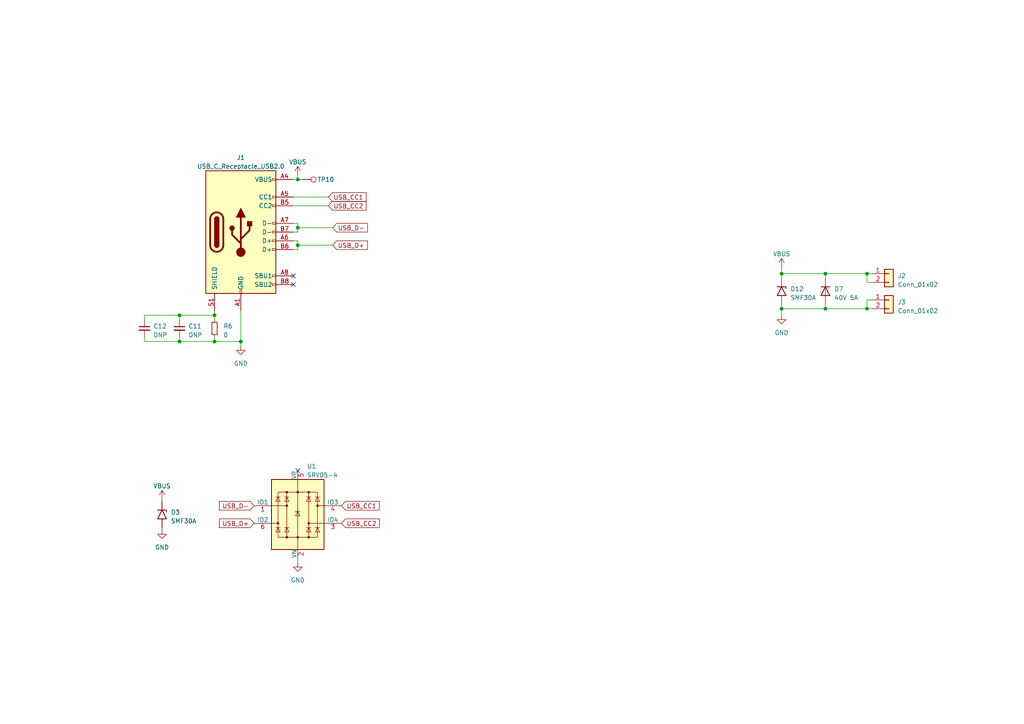
<source format=kicad_sch>
(kicad_sch (version 20230121) (generator eeschema)

  (uuid 1115180a-54c8-4957-b757-cbc11dd3809e)

  (paper "A4")

  (lib_symbols
    (symbol "Connector:TestPoint" (pin_numbers hide) (pin_names (offset 0.762) hide) (in_bom yes) (on_board yes)
      (property "Reference" "TP" (at 0 6.858 0)
        (effects (font (size 1.27 1.27)))
      )
      (property "Value" "TestPoint" (at 0 5.08 0)
        (effects (font (size 1.27 1.27)))
      )
      (property "Footprint" "" (at 5.08 0 0)
        (effects (font (size 1.27 1.27)) hide)
      )
      (property "Datasheet" "~" (at 5.08 0 0)
        (effects (font (size 1.27 1.27)) hide)
      )
      (property "ki_keywords" "test point tp" (at 0 0 0)
        (effects (font (size 1.27 1.27)) hide)
      )
      (property "ki_description" "test point" (at 0 0 0)
        (effects (font (size 1.27 1.27)) hide)
      )
      (property "ki_fp_filters" "Pin* Test*" (at 0 0 0)
        (effects (font (size 1.27 1.27)) hide)
      )
      (symbol "TestPoint_0_1"
        (circle (center 0 3.302) (radius 0.762)
          (stroke (width 0) (type default))
          (fill (type none))
        )
      )
      (symbol "TestPoint_1_1"
        (pin passive line (at 0 0 90) (length 2.54)
          (name "1" (effects (font (size 1.27 1.27))))
          (number "1" (effects (font (size 1.27 1.27))))
        )
      )
    )
    (symbol "Connector:USB_C_Receptacle_USB2.0" (pin_names (offset 1.016)) (in_bom yes) (on_board yes)
      (property "Reference" "J" (at -10.16 19.05 0)
        (effects (font (size 1.27 1.27)) (justify left))
      )
      (property "Value" "USB_C_Receptacle_USB2.0" (at 19.05 19.05 0)
        (effects (font (size 1.27 1.27)) (justify right))
      )
      (property "Footprint" "" (at 3.81 0 0)
        (effects (font (size 1.27 1.27)) hide)
      )
      (property "Datasheet" "https://www.usb.org/sites/default/files/documents/usb_type-c.zip" (at 3.81 0 0)
        (effects (font (size 1.27 1.27)) hide)
      )
      (property "ki_keywords" "usb universal serial bus type-C USB2.0" (at 0 0 0)
        (effects (font (size 1.27 1.27)) hide)
      )
      (property "ki_description" "USB 2.0-only Type-C Receptacle connector" (at 0 0 0)
        (effects (font (size 1.27 1.27)) hide)
      )
      (property "ki_fp_filters" "USB*C*Receptacle*" (at 0 0 0)
        (effects (font (size 1.27 1.27)) hide)
      )
      (symbol "USB_C_Receptacle_USB2.0_0_0"
        (rectangle (start -0.254 -17.78) (end 0.254 -16.764)
          (stroke (width 0) (type default))
          (fill (type none))
        )
        (rectangle (start 10.16 -14.986) (end 9.144 -15.494)
          (stroke (width 0) (type default))
          (fill (type none))
        )
        (rectangle (start 10.16 -12.446) (end 9.144 -12.954)
          (stroke (width 0) (type default))
          (fill (type none))
        )
        (rectangle (start 10.16 -4.826) (end 9.144 -5.334)
          (stroke (width 0) (type default))
          (fill (type none))
        )
        (rectangle (start 10.16 -2.286) (end 9.144 -2.794)
          (stroke (width 0) (type default))
          (fill (type none))
        )
        (rectangle (start 10.16 0.254) (end 9.144 -0.254)
          (stroke (width 0) (type default))
          (fill (type none))
        )
        (rectangle (start 10.16 2.794) (end 9.144 2.286)
          (stroke (width 0) (type default))
          (fill (type none))
        )
        (rectangle (start 10.16 7.874) (end 9.144 7.366)
          (stroke (width 0) (type default))
          (fill (type none))
        )
        (rectangle (start 10.16 10.414) (end 9.144 9.906)
          (stroke (width 0) (type default))
          (fill (type none))
        )
        (rectangle (start 10.16 15.494) (end 9.144 14.986)
          (stroke (width 0) (type default))
          (fill (type none))
        )
      )
      (symbol "USB_C_Receptacle_USB2.0_0_1"
        (rectangle (start -10.16 17.78) (end 10.16 -17.78)
          (stroke (width 0.254) (type default))
          (fill (type background))
        )
        (arc (start -8.89 -3.81) (mid -6.985 -5.7067) (end -5.08 -3.81)
          (stroke (width 0.508) (type default))
          (fill (type none))
        )
        (arc (start -7.62 -3.81) (mid -6.985 -4.4423) (end -6.35 -3.81)
          (stroke (width 0.254) (type default))
          (fill (type none))
        )
        (arc (start -7.62 -3.81) (mid -6.985 -4.4423) (end -6.35 -3.81)
          (stroke (width 0.254) (type default))
          (fill (type outline))
        )
        (rectangle (start -7.62 -3.81) (end -6.35 3.81)
          (stroke (width 0.254) (type default))
          (fill (type outline))
        )
        (arc (start -6.35 3.81) (mid -6.985 4.4423) (end -7.62 3.81)
          (stroke (width 0.254) (type default))
          (fill (type none))
        )
        (arc (start -6.35 3.81) (mid -6.985 4.4423) (end -7.62 3.81)
          (stroke (width 0.254) (type default))
          (fill (type outline))
        )
        (arc (start -5.08 3.81) (mid -6.985 5.7067) (end -8.89 3.81)
          (stroke (width 0.508) (type default))
          (fill (type none))
        )
        (circle (center -2.54 1.143) (radius 0.635)
          (stroke (width 0.254) (type default))
          (fill (type outline))
        )
        (circle (center 0 -5.842) (radius 1.27)
          (stroke (width 0) (type default))
          (fill (type outline))
        )
        (polyline
          (pts
            (xy -8.89 -3.81)
            (xy -8.89 3.81)
          )
          (stroke (width 0.508) (type default))
          (fill (type none))
        )
        (polyline
          (pts
            (xy -5.08 3.81)
            (xy -5.08 -3.81)
          )
          (stroke (width 0.508) (type default))
          (fill (type none))
        )
        (polyline
          (pts
            (xy 0 -5.842)
            (xy 0 4.318)
          )
          (stroke (width 0.508) (type default))
          (fill (type none))
        )
        (polyline
          (pts
            (xy 0 -3.302)
            (xy -2.54 -0.762)
            (xy -2.54 0.508)
          )
          (stroke (width 0.508) (type default))
          (fill (type none))
        )
        (polyline
          (pts
            (xy 0 -2.032)
            (xy 2.54 0.508)
            (xy 2.54 1.778)
          )
          (stroke (width 0.508) (type default))
          (fill (type none))
        )
        (polyline
          (pts
            (xy -1.27 4.318)
            (xy 0 6.858)
            (xy 1.27 4.318)
            (xy -1.27 4.318)
          )
          (stroke (width 0.254) (type default))
          (fill (type outline))
        )
        (rectangle (start 1.905 1.778) (end 3.175 3.048)
          (stroke (width 0.254) (type default))
          (fill (type outline))
        )
      )
      (symbol "USB_C_Receptacle_USB2.0_1_1"
        (pin passive line (at 0 -22.86 90) (length 5.08)
          (name "GND" (effects (font (size 1.27 1.27))))
          (number "A1" (effects (font (size 1.27 1.27))))
        )
        (pin passive line (at 0 -22.86 90) (length 5.08) hide
          (name "GND" (effects (font (size 1.27 1.27))))
          (number "A12" (effects (font (size 1.27 1.27))))
        )
        (pin passive line (at 15.24 15.24 180) (length 5.08)
          (name "VBUS" (effects (font (size 1.27 1.27))))
          (number "A4" (effects (font (size 1.27 1.27))))
        )
        (pin bidirectional line (at 15.24 10.16 180) (length 5.08)
          (name "CC1" (effects (font (size 1.27 1.27))))
          (number "A5" (effects (font (size 1.27 1.27))))
        )
        (pin bidirectional line (at 15.24 -2.54 180) (length 5.08)
          (name "D+" (effects (font (size 1.27 1.27))))
          (number "A6" (effects (font (size 1.27 1.27))))
        )
        (pin bidirectional line (at 15.24 2.54 180) (length 5.08)
          (name "D-" (effects (font (size 1.27 1.27))))
          (number "A7" (effects (font (size 1.27 1.27))))
        )
        (pin bidirectional line (at 15.24 -12.7 180) (length 5.08)
          (name "SBU1" (effects (font (size 1.27 1.27))))
          (number "A8" (effects (font (size 1.27 1.27))))
        )
        (pin passive line (at 15.24 15.24 180) (length 5.08) hide
          (name "VBUS" (effects (font (size 1.27 1.27))))
          (number "A9" (effects (font (size 1.27 1.27))))
        )
        (pin passive line (at 0 -22.86 90) (length 5.08) hide
          (name "GND" (effects (font (size 1.27 1.27))))
          (number "B1" (effects (font (size 1.27 1.27))))
        )
        (pin passive line (at 0 -22.86 90) (length 5.08) hide
          (name "GND" (effects (font (size 1.27 1.27))))
          (number "B12" (effects (font (size 1.27 1.27))))
        )
        (pin passive line (at 15.24 15.24 180) (length 5.08) hide
          (name "VBUS" (effects (font (size 1.27 1.27))))
          (number "B4" (effects (font (size 1.27 1.27))))
        )
        (pin bidirectional line (at 15.24 7.62 180) (length 5.08)
          (name "CC2" (effects (font (size 1.27 1.27))))
          (number "B5" (effects (font (size 1.27 1.27))))
        )
        (pin bidirectional line (at 15.24 -5.08 180) (length 5.08)
          (name "D+" (effects (font (size 1.27 1.27))))
          (number "B6" (effects (font (size 1.27 1.27))))
        )
        (pin bidirectional line (at 15.24 0 180) (length 5.08)
          (name "D-" (effects (font (size 1.27 1.27))))
          (number "B7" (effects (font (size 1.27 1.27))))
        )
        (pin bidirectional line (at 15.24 -15.24 180) (length 5.08)
          (name "SBU2" (effects (font (size 1.27 1.27))))
          (number "B8" (effects (font (size 1.27 1.27))))
        )
        (pin passive line (at 15.24 15.24 180) (length 5.08) hide
          (name "VBUS" (effects (font (size 1.27 1.27))))
          (number "B9" (effects (font (size 1.27 1.27))))
        )
        (pin passive line (at -7.62 -22.86 90) (length 5.08)
          (name "SHIELD" (effects (font (size 1.27 1.27))))
          (number "S1" (effects (font (size 1.27 1.27))))
        )
      )
    )
    (symbol "Connector_Generic:Conn_01x02" (pin_names (offset 1.016) hide) (in_bom yes) (on_board yes)
      (property "Reference" "J" (at 0 2.54 0)
        (effects (font (size 1.27 1.27)))
      )
      (property "Value" "Conn_01x02" (at 0 -5.08 0)
        (effects (font (size 1.27 1.27)))
      )
      (property "Footprint" "" (at 0 0 0)
        (effects (font (size 1.27 1.27)) hide)
      )
      (property "Datasheet" "~" (at 0 0 0)
        (effects (font (size 1.27 1.27)) hide)
      )
      (property "ki_keywords" "connector" (at 0 0 0)
        (effects (font (size 1.27 1.27)) hide)
      )
      (property "ki_description" "Generic connector, single row, 01x02, script generated (kicad-library-utils/schlib/autogen/connector/)" (at 0 0 0)
        (effects (font (size 1.27 1.27)) hide)
      )
      (property "ki_fp_filters" "Connector*:*_1x??_*" (at 0 0 0)
        (effects (font (size 1.27 1.27)) hide)
      )
      (symbol "Conn_01x02_1_1"
        (rectangle (start -1.27 -2.413) (end 0 -2.667)
          (stroke (width 0.1524) (type default))
          (fill (type none))
        )
        (rectangle (start -1.27 0.127) (end 0 -0.127)
          (stroke (width 0.1524) (type default))
          (fill (type none))
        )
        (rectangle (start -1.27 1.27) (end 1.27 -3.81)
          (stroke (width 0.254) (type default))
          (fill (type background))
        )
        (pin passive line (at -5.08 0 0) (length 3.81)
          (name "Pin_1" (effects (font (size 1.27 1.27))))
          (number "1" (effects (font (size 1.27 1.27))))
        )
        (pin passive line (at -5.08 -2.54 0) (length 3.81)
          (name "Pin_2" (effects (font (size 1.27 1.27))))
          (number "2" (effects (font (size 1.27 1.27))))
        )
      )
    )
    (symbol "Device:C_Small" (pin_numbers hide) (pin_names (offset 0.254) hide) (in_bom yes) (on_board yes)
      (property "Reference" "C" (at 0.254 1.778 0)
        (effects (font (size 1.27 1.27)) (justify left))
      )
      (property "Value" "C_Small" (at 0.254 -2.032 0)
        (effects (font (size 1.27 1.27)) (justify left))
      )
      (property "Footprint" "" (at 0 0 0)
        (effects (font (size 1.27 1.27)) hide)
      )
      (property "Datasheet" "~" (at 0 0 0)
        (effects (font (size 1.27 1.27)) hide)
      )
      (property "ki_keywords" "capacitor cap" (at 0 0 0)
        (effects (font (size 1.27 1.27)) hide)
      )
      (property "ki_description" "Unpolarized capacitor, small symbol" (at 0 0 0)
        (effects (font (size 1.27 1.27)) hide)
      )
      (property "ki_fp_filters" "C_*" (at 0 0 0)
        (effects (font (size 1.27 1.27)) hide)
      )
      (symbol "C_Small_0_1"
        (polyline
          (pts
            (xy -1.524 -0.508)
            (xy 1.524 -0.508)
          )
          (stroke (width 0.3302) (type default))
          (fill (type none))
        )
        (polyline
          (pts
            (xy -1.524 0.508)
            (xy 1.524 0.508)
          )
          (stroke (width 0.3048) (type default))
          (fill (type none))
        )
      )
      (symbol "C_Small_1_1"
        (pin passive line (at 0 2.54 270) (length 2.032)
          (name "~" (effects (font (size 1.27 1.27))))
          (number "1" (effects (font (size 1.27 1.27))))
        )
        (pin passive line (at 0 -2.54 90) (length 2.032)
          (name "~" (effects (font (size 1.27 1.27))))
          (number "2" (effects (font (size 1.27 1.27))))
        )
      )
    )
    (symbol "Device:D" (pin_numbers hide) (pin_names (offset 1.016) hide) (in_bom yes) (on_board yes)
      (property "Reference" "D" (at 0 2.54 0)
        (effects (font (size 1.27 1.27)))
      )
      (property "Value" "D" (at 0 -2.54 0)
        (effects (font (size 1.27 1.27)))
      )
      (property "Footprint" "" (at 0 0 0)
        (effects (font (size 1.27 1.27)) hide)
      )
      (property "Datasheet" "~" (at 0 0 0)
        (effects (font (size 1.27 1.27)) hide)
      )
      (property "Sim.Device" "D" (at 0 0 0)
        (effects (font (size 1.27 1.27)) hide)
      )
      (property "Sim.Pins" "1=K 2=A" (at 0 0 0)
        (effects (font (size 1.27 1.27)) hide)
      )
      (property "ki_keywords" "diode" (at 0 0 0)
        (effects (font (size 1.27 1.27)) hide)
      )
      (property "ki_description" "Diode" (at 0 0 0)
        (effects (font (size 1.27 1.27)) hide)
      )
      (property "ki_fp_filters" "TO-???* *_Diode_* *SingleDiode* D_*" (at 0 0 0)
        (effects (font (size 1.27 1.27)) hide)
      )
      (symbol "D_0_1"
        (polyline
          (pts
            (xy -1.27 1.27)
            (xy -1.27 -1.27)
          )
          (stroke (width 0.254) (type default))
          (fill (type none))
        )
        (polyline
          (pts
            (xy 1.27 0)
            (xy -1.27 0)
          )
          (stroke (width 0) (type default))
          (fill (type none))
        )
        (polyline
          (pts
            (xy 1.27 1.27)
            (xy 1.27 -1.27)
            (xy -1.27 0)
            (xy 1.27 1.27)
          )
          (stroke (width 0.254) (type default))
          (fill (type none))
        )
      )
      (symbol "D_1_1"
        (pin passive line (at -3.81 0 0) (length 2.54)
          (name "K" (effects (font (size 1.27 1.27))))
          (number "1" (effects (font (size 1.27 1.27))))
        )
        (pin passive line (at 3.81 0 180) (length 2.54)
          (name "A" (effects (font (size 1.27 1.27))))
          (number "2" (effects (font (size 1.27 1.27))))
        )
      )
    )
    (symbol "Device:R_Small" (pin_numbers hide) (pin_names (offset 0.254) hide) (in_bom yes) (on_board yes)
      (property "Reference" "R" (at 0.762 0.508 0)
        (effects (font (size 1.27 1.27)) (justify left))
      )
      (property "Value" "R_Small" (at 0.762 -1.016 0)
        (effects (font (size 1.27 1.27)) (justify left))
      )
      (property "Footprint" "" (at 0 0 0)
        (effects (font (size 1.27 1.27)) hide)
      )
      (property "Datasheet" "~" (at 0 0 0)
        (effects (font (size 1.27 1.27)) hide)
      )
      (property "ki_keywords" "R resistor" (at 0 0 0)
        (effects (font (size 1.27 1.27)) hide)
      )
      (property "ki_description" "Resistor, small symbol" (at 0 0 0)
        (effects (font (size 1.27 1.27)) hide)
      )
      (property "ki_fp_filters" "R_*" (at 0 0 0)
        (effects (font (size 1.27 1.27)) hide)
      )
      (symbol "R_Small_0_1"
        (rectangle (start -0.762 1.778) (end 0.762 -1.778)
          (stroke (width 0.2032) (type default))
          (fill (type none))
        )
      )
      (symbol "R_Small_1_1"
        (pin passive line (at 0 2.54 270) (length 0.762)
          (name "~" (effects (font (size 1.27 1.27))))
          (number "1" (effects (font (size 1.27 1.27))))
        )
        (pin passive line (at 0 -2.54 90) (length 0.762)
          (name "~" (effects (font (size 1.27 1.27))))
          (number "2" (effects (font (size 1.27 1.27))))
        )
      )
    )
    (symbol "Diode:SMF30A" (pin_numbers hide) (pin_names (offset 1.016) hide) (in_bom yes) (on_board yes)
      (property "Reference" "D" (at 0 2.54 0)
        (effects (font (size 1.27 1.27)))
      )
      (property "Value" "SMF30A" (at 0 -2.54 0)
        (effects (font (size 1.27 1.27)))
      )
      (property "Footprint" "Diode_SMD:D_SMF" (at 0 -5.08 0)
        (effects (font (size 1.27 1.27)) hide)
      )
      (property "Datasheet" "https://www.vishay.com/doc?85881" (at -1.27 0 0)
        (effects (font (size 1.27 1.27)) hide)
      )
      (property "ki_keywords" "diode TVS voltage suppressor" (at 0 0 0)
        (effects (font (size 1.27 1.27)) hide)
      )
      (property "ki_description" "200W unidirectional Transil Transient Voltage Suppressor, 30Vrwm, SMF" (at 0 0 0)
        (effects (font (size 1.27 1.27)) hide)
      )
      (property "ki_fp_filters" "D*SMF*" (at 0 0 0)
        (effects (font (size 1.27 1.27)) hide)
      )
      (symbol "SMF30A_0_1"
        (polyline
          (pts
            (xy -0.762 1.27)
            (xy -1.27 1.27)
            (xy -1.27 -1.27)
          )
          (stroke (width 0.254) (type default))
          (fill (type none))
        )
        (polyline
          (pts
            (xy 1.27 1.27)
            (xy 1.27 -1.27)
            (xy -1.27 0)
            (xy 1.27 1.27)
          )
          (stroke (width 0.254) (type default))
          (fill (type none))
        )
      )
      (symbol "SMF30A_1_1"
        (pin passive line (at -3.81 0 0) (length 2.54)
          (name "A1" (effects (font (size 1.27 1.27))))
          (number "1" (effects (font (size 1.27 1.27))))
        )
        (pin passive line (at 3.81 0 180) (length 2.54)
          (name "A2" (effects (font (size 1.27 1.27))))
          (number "2" (effects (font (size 1.27 1.27))))
        )
      )
    )
    (symbol "Power_Protection:SRV05-4" (pin_names (offset 0)) (in_bom yes) (on_board yes)
      (property "Reference" "U1" (at 2.6417 13.97 0)
        (effects (font (size 1.27 1.27)) (justify left))
      )
      (property "Value" "SRV05-4" (at 2.6417 11.43 0)
        (effects (font (size 1.27 1.27)) (justify left))
      )
      (property "Footprint" "Package_TO_SOT_SMD:SOT-23-6" (at 17.78 -11.43 0)
        (effects (font (size 1.27 1.27)) hide)
      )
      (property "Datasheet" "http://www.onsemi.com/pub/Collateral/SRV05-4-D.PDF" (at 0 0 0)
        (effects (font (size 1.27 1.27)) hide)
      )
      (property "ki_keywords" "ESD protection diodes" (at 0 0 0)
        (effects (font (size 1.27 1.27)) hide)
      )
      (property "ki_description" "ESD Protection Diodes with Low Clamping Voltage, SOT-23-6" (at 0 0 0)
        (effects (font (size 1.27 1.27)) hide)
      )
      (property "ki_fp_filters" "SOT?23*" (at 0 0 0)
        (effects (font (size 1.27 1.27)) hide)
      )
      (symbol "SRV05-4_0_0"
        (rectangle (start -5.715 6.477) (end 5.715 -6.604)
          (stroke (width 0) (type default))
          (fill (type none))
        )
        (polyline
          (pts
            (xy -3.175 -6.604)
            (xy -3.175 6.477)
          )
          (stroke (width 0) (type default))
          (fill (type none))
        )
        (polyline
          (pts
            (xy 3.175 6.477)
            (xy 3.175 -6.604)
          )
          (stroke (width 0) (type default))
          (fill (type none))
        )
      )
      (symbol "SRV05-4_0_1"
        (rectangle (start -7.62 10.16) (end 7.62 -10.16)
          (stroke (width 0.254) (type default))
          (fill (type background))
        )
        (circle (center -5.715 -2.54) (radius 0.2794)
          (stroke (width 0) (type default))
          (fill (type outline))
        )
        (circle (center -3.175 -6.604) (radius 0.2794)
          (stroke (width 0) (type default))
          (fill (type outline))
        )
        (circle (center -3.175 2.54) (radius 0.2794)
          (stroke (width 0) (type default))
          (fill (type outline))
        )
        (circle (center -3.175 6.477) (radius 0.2794)
          (stroke (width 0) (type default))
          (fill (type outline))
        )
        (circle (center 0 -6.604) (radius 0.2794)
          (stroke (width 0) (type default))
          (fill (type outline))
        )
        (polyline
          (pts
            (xy -7.747 2.54)
            (xy -3.175 2.54)
          )
          (stroke (width 0) (type default))
          (fill (type none))
        )
        (polyline
          (pts
            (xy -7.62 -2.54)
            (xy -5.715 -2.54)
          )
          (stroke (width 0) (type default))
          (fill (type none))
        )
        (polyline
          (pts
            (xy -5.08 -3.81)
            (xy -6.35 -3.81)
          )
          (stroke (width 0) (type default))
          (fill (type none))
        )
        (polyline
          (pts
            (xy -5.08 5.08)
            (xy -6.35 5.08)
          )
          (stroke (width 0) (type default))
          (fill (type none))
        )
        (polyline
          (pts
            (xy -2.54 -3.81)
            (xy -3.81 -3.81)
          )
          (stroke (width 0) (type default))
          (fill (type none))
        )
        (polyline
          (pts
            (xy -2.54 5.08)
            (xy -3.81 5.08)
          )
          (stroke (width 0) (type default))
          (fill (type none))
        )
        (polyline
          (pts
            (xy 0 10.16)
            (xy 0 -10.16)
          )
          (stroke (width 0) (type default))
          (fill (type none))
        )
        (polyline
          (pts
            (xy 3.81 -3.81)
            (xy 2.54 -3.81)
          )
          (stroke (width 0) (type default))
          (fill (type none))
        )
        (polyline
          (pts
            (xy 3.81 5.08)
            (xy 2.54 5.08)
          )
          (stroke (width 0) (type default))
          (fill (type none))
        )
        (polyline
          (pts
            (xy 6.35 -3.81)
            (xy 5.08 -3.81)
          )
          (stroke (width 0) (type default))
          (fill (type none))
        )
        (polyline
          (pts
            (xy 6.35 5.08)
            (xy 5.08 5.08)
          )
          (stroke (width 0) (type default))
          (fill (type none))
        )
        (polyline
          (pts
            (xy 7.62 -2.54)
            (xy 3.175 -2.54)
          )
          (stroke (width 0) (type default))
          (fill (type none))
        )
        (polyline
          (pts
            (xy 7.62 2.54)
            (xy 5.715 2.54)
          )
          (stroke (width 0) (type default))
          (fill (type none))
        )
        (polyline
          (pts
            (xy 0.635 0.889)
            (xy -0.635 0.889)
            (xy -0.635 0.635)
          )
          (stroke (width 0) (type default))
          (fill (type none))
        )
        (polyline
          (pts
            (xy -5.08 -5.08)
            (xy -6.35 -5.08)
            (xy -5.715 -3.81)
            (xy -5.08 -5.08)
          )
          (stroke (width 0) (type default))
          (fill (type none))
        )
        (polyline
          (pts
            (xy -5.08 3.81)
            (xy -6.35 3.81)
            (xy -5.715 5.08)
            (xy -5.08 3.81)
          )
          (stroke (width 0) (type default))
          (fill (type none))
        )
        (polyline
          (pts
            (xy -2.54 -5.08)
            (xy -3.81 -5.08)
            (xy -3.175 -3.81)
            (xy -2.54 -5.08)
          )
          (stroke (width 0) (type default))
          (fill (type none))
        )
        (polyline
          (pts
            (xy -2.54 3.81)
            (xy -3.81 3.81)
            (xy -3.175 5.08)
            (xy -2.54 3.81)
          )
          (stroke (width 0) (type default))
          (fill (type none))
        )
        (polyline
          (pts
            (xy 0.635 -0.381)
            (xy -0.635 -0.381)
            (xy 0 0.889)
            (xy 0.635 -0.381)
          )
          (stroke (width 0) (type default))
          (fill (type none))
        )
        (polyline
          (pts
            (xy 3.81 -5.08)
            (xy 2.54 -5.08)
            (xy 3.175 -3.81)
            (xy 3.81 -5.08)
          )
          (stroke (width 0) (type default))
          (fill (type none))
        )
        (polyline
          (pts
            (xy 3.81 3.81)
            (xy 2.54 3.81)
            (xy 3.175 5.08)
            (xy 3.81 3.81)
          )
          (stroke (width 0) (type default))
          (fill (type none))
        )
        (polyline
          (pts
            (xy 6.35 -5.08)
            (xy 5.08 -5.08)
            (xy 5.715 -3.81)
            (xy 6.35 -5.08)
          )
          (stroke (width 0) (type default))
          (fill (type none))
        )
        (polyline
          (pts
            (xy 6.35 3.81)
            (xy 5.08 3.81)
            (xy 5.715 5.08)
            (xy 6.35 3.81)
          )
          (stroke (width 0) (type default))
          (fill (type none))
        )
        (circle (center 0 6.477) (radius 0.2794)
          (stroke (width 0) (type default))
          (fill (type outline))
        )
        (circle (center 3.175 -6.604) (radius 0.2794)
          (stroke (width 0) (type default))
          (fill (type outline))
        )
        (circle (center 3.175 -2.54) (radius 0.2794)
          (stroke (width 0) (type default))
          (fill (type outline))
        )
        (circle (center 3.175 6.477) (radius 0.2794)
          (stroke (width 0) (type default))
          (fill (type outline))
        )
        (circle (center 5.715 2.54) (radius 0.2794)
          (stroke (width 0) (type default))
          (fill (type outline))
        )
      )
      (symbol "SRV05-4_1_1"
        (pin passive line (at -12.7 2.54 0) (length 5.08)
          (name "IO1" (effects (font (size 1.27 1.27))))
          (number "1" (effects (font (size 1.27 1.27))))
        )
        (pin passive line (at 0 -12.7 90) (length 2.54)
          (name "VN" (effects (font (size 1.27 1.27))))
          (number "2" (effects (font (size 1.27 1.27))))
        )
        (pin passive line (at 12.7 -2.54 180) (length 5.08)
          (name "IO4" (effects (font (size 1.27 1.27))))
          (number "3" (effects (font (size 1.27 1.27))))
        )
        (pin passive line (at 12.7 2.54 180) (length 5.08)
          (name "IO3" (effects (font (size 1.27 1.27))))
          (number "4" (effects (font (size 1.27 1.27))))
        )
        (pin passive line (at 0 12.7 270) (length 2.54)
          (name "VP" (effects (font (size 1.27 1.27))))
          (number "5" (effects (font (size 1.27 1.27))))
        )
        (pin passive line (at -12.7 -2.54 0) (length 5.08)
          (name "IO2" (effects (font (size 1.27 1.27))))
          (number "6" (effects (font (size 1.27 1.27))))
        )
      )
    )
    (symbol "power:GND" (power) (pin_names (offset 0)) (in_bom yes) (on_board yes)
      (property "Reference" "#PWR" (at 0 -6.35 0)
        (effects (font (size 1.27 1.27)) hide)
      )
      (property "Value" "GND" (at 0 -3.81 0)
        (effects (font (size 1.27 1.27)))
      )
      (property "Footprint" "" (at 0 0 0)
        (effects (font (size 1.27 1.27)) hide)
      )
      (property "Datasheet" "" (at 0 0 0)
        (effects (font (size 1.27 1.27)) hide)
      )
      (property "ki_keywords" "global power" (at 0 0 0)
        (effects (font (size 1.27 1.27)) hide)
      )
      (property "ki_description" "Power symbol creates a global label with name \"GND\" , ground" (at 0 0 0)
        (effects (font (size 1.27 1.27)) hide)
      )
      (symbol "GND_0_1"
        (polyline
          (pts
            (xy 0 0)
            (xy 0 -1.27)
            (xy 1.27 -1.27)
            (xy 0 -2.54)
            (xy -1.27 -1.27)
            (xy 0 -1.27)
          )
          (stroke (width 0) (type default))
          (fill (type none))
        )
      )
      (symbol "GND_1_1"
        (pin power_in line (at 0 0 270) (length 0) hide
          (name "GND" (effects (font (size 1.27 1.27))))
          (number "1" (effects (font (size 1.27 1.27))))
        )
      )
    )
    (symbol "power:VBUS" (power) (pin_names (offset 0)) (in_bom yes) (on_board yes)
      (property "Reference" "#PWR" (at 0 -3.81 0)
        (effects (font (size 1.27 1.27)) hide)
      )
      (property "Value" "VBUS" (at 0 3.81 0)
        (effects (font (size 1.27 1.27)))
      )
      (property "Footprint" "" (at 0 0 0)
        (effects (font (size 1.27 1.27)) hide)
      )
      (property "Datasheet" "" (at 0 0 0)
        (effects (font (size 1.27 1.27)) hide)
      )
      (property "ki_keywords" "global power" (at 0 0 0)
        (effects (font (size 1.27 1.27)) hide)
      )
      (property "ki_description" "Power symbol creates a global label with name \"VBUS\"" (at 0 0 0)
        (effects (font (size 1.27 1.27)) hide)
      )
      (symbol "VBUS_0_1"
        (polyline
          (pts
            (xy -0.762 1.27)
            (xy 0 2.54)
          )
          (stroke (width 0) (type default))
          (fill (type none))
        )
        (polyline
          (pts
            (xy 0 0)
            (xy 0 2.54)
          )
          (stroke (width 0) (type default))
          (fill (type none))
        )
        (polyline
          (pts
            (xy 0 2.54)
            (xy 0.762 1.27)
          )
          (stroke (width 0) (type default))
          (fill (type none))
        )
      )
      (symbol "VBUS_1_1"
        (pin power_in line (at 0 0 90) (length 0) hide
          (name "VBUS" (effects (font (size 1.27 1.27))))
          (number "1" (effects (font (size 1.27 1.27))))
        )
      )
    )
  )

  (junction (at 62.23 99.06) (diameter 0) (color 0 0 0 0)
    (uuid 0e8dc8a2-1467-4407-a468-9706ae94a564)
  )
  (junction (at 86.36 52.07) (diameter 0) (color 0 0 0 0)
    (uuid 1af8066f-ceb4-4d23-8f8b-99ca4eef3cef)
  )
  (junction (at 239.395 79.375) (diameter 0) (color 0 0 0 0)
    (uuid 1f709469-7a4a-4bd4-b3c1-f40c7e08e8f2)
  )
  (junction (at 86.36 66.04) (diameter 0) (color 0 0 0 0)
    (uuid 31dbdfe8-6d20-49cd-87d1-fb47ce891692)
  )
  (junction (at 52.07 91.44) (diameter 0) (color 0 0 0 0)
    (uuid 3d1df394-168b-4d0f-89f8-a943f8dec2fe)
  )
  (junction (at 62.23 91.44) (diameter 0) (color 0 0 0 0)
    (uuid 4cbdb7c4-beb3-4536-b7c6-3b34711837b2)
  )
  (junction (at 69.85 99.06) (diameter 0) (color 0 0 0 0)
    (uuid 8b2d8aad-84c5-4766-a75f-26a6375274ca)
  )
  (junction (at 52.07 99.06) (diameter 0) (color 0 0 0 0)
    (uuid a2d4cfd8-a47c-496e-9d45-e0dd125e80e8)
  )
  (junction (at 251.46 79.375) (diameter 0) (color 0 0 0 0)
    (uuid a392fd8a-6c1e-487e-9402-a3bd7d253b14)
  )
  (junction (at 226.695 79.375) (diameter 0) (color 0 0 0 0)
    (uuid b3df0748-4fb6-4962-8d74-da9e520239de)
  )
  (junction (at 251.46 89.535) (diameter 0) (color 0 0 0 0)
    (uuid bcdbbb09-a3aa-480b-b5fa-14f6dd8f15f3)
  )
  (junction (at 239.395 89.535) (diameter 0) (color 0 0 0 0)
    (uuid be6a9f3b-f899-4082-993b-9a3334ed1c92)
  )
  (junction (at 86.36 71.12) (diameter 0) (color 0 0 0 0)
    (uuid db81bfdb-5888-47df-91aa-52631b90a9fc)
  )
  (junction (at 226.695 89.535) (diameter 0) (color 0 0 0 0)
    (uuid fdddfd5c-a841-4059-b01d-7705b32aaca5)
  )

  (no_connect (at 86.36 136.525) (uuid 2ba32a2f-60c9-4f29-b640-6b8cc8bcfbc1))
  (no_connect (at 85.09 80.01) (uuid c695ec98-eba1-4f71-ba3d-108f76c03249))
  (no_connect (at 85.09 82.55) (uuid d185185e-5732-47b0-9f69-51db3768d68a))

  (wire (pts (xy 239.395 79.375) (xy 239.395 80.645))
    (stroke (width 0) (type default))
    (uuid 0f7628ec-3be0-40c1-b389-6c63902d444e)
  )
  (wire (pts (xy 85.09 64.77) (xy 86.36 64.77))
    (stroke (width 0) (type default))
    (uuid 1044ba51-3cd8-42ac-96c5-667f9343174a)
  )
  (wire (pts (xy 239.395 88.265) (xy 239.395 89.535))
    (stroke (width 0) (type default))
    (uuid 1b662615-7361-4730-bdb2-a83ba0ce247a)
  )
  (wire (pts (xy 86.36 161.925) (xy 86.36 163.195))
    (stroke (width 0) (type default))
    (uuid 25da3cdc-3c84-497c-a830-50ec4ceef764)
  )
  (wire (pts (xy 62.23 99.06) (xy 69.85 99.06))
    (stroke (width 0) (type default))
    (uuid 2cde463d-8e74-43e5-844d-eeff535b1a70)
  )
  (wire (pts (xy 41.91 91.44) (xy 41.91 92.71))
    (stroke (width 0) (type default))
    (uuid 3445d541-a1f5-400e-b57e-63d58e33e334)
  )
  (wire (pts (xy 251.46 81.915) (xy 252.73 81.915))
    (stroke (width 0) (type default))
    (uuid 393cd13b-8263-47ab-ab74-a9d56c7d9f9d)
  )
  (wire (pts (xy 85.09 72.39) (xy 86.36 72.39))
    (stroke (width 0) (type default))
    (uuid 3cf67c19-59a0-48d2-ac7d-e3fc889b964a)
  )
  (wire (pts (xy 226.695 89.535) (xy 226.695 91.44))
    (stroke (width 0) (type default))
    (uuid 3e0a292b-a876-4103-991f-e64fef9a4b2d)
  )
  (wire (pts (xy 86.36 66.04) (xy 96.52 66.04))
    (stroke (width 0) (type default))
    (uuid 42d78479-0a45-4f73-9867-97a81b2f6bc4)
  )
  (wire (pts (xy 86.36 69.85) (xy 86.36 71.12))
    (stroke (width 0) (type default))
    (uuid 436aefe9-ecfa-420b-8ebc-e012523e911a)
  )
  (wire (pts (xy 226.695 88.265) (xy 226.695 89.535))
    (stroke (width 0) (type default))
    (uuid 44e11a07-30af-4605-b4cf-2ff1968ae2f8)
  )
  (wire (pts (xy 52.07 92.71) (xy 52.07 91.44))
    (stroke (width 0) (type default))
    (uuid 45f5bbf7-055e-488f-bdd4-bad9010c726a)
  )
  (wire (pts (xy 85.09 52.07) (xy 86.36 52.07))
    (stroke (width 0) (type default))
    (uuid 4959c968-b31c-438f-9855-5859a49f3b6a)
  )
  (wire (pts (xy 52.07 91.44) (xy 41.91 91.44))
    (stroke (width 0) (type default))
    (uuid 4acbd5f7-9174-4708-a71a-ed7a1df7cf8e)
  )
  (wire (pts (xy 41.91 99.06) (xy 52.07 99.06))
    (stroke (width 0) (type default))
    (uuid 4c8f1006-526c-43ae-872b-4c5ec919060d)
  )
  (wire (pts (xy 226.695 79.375) (xy 239.395 79.375))
    (stroke (width 0) (type default))
    (uuid 4cfe6c94-7adb-4280-92ae-90cd59e7e41a)
  )
  (wire (pts (xy 52.07 91.44) (xy 62.23 91.44))
    (stroke (width 0) (type default))
    (uuid 51377ced-04bb-4132-b070-f867696563d5)
  )
  (wire (pts (xy 69.85 99.06) (xy 69.85 100.33))
    (stroke (width 0) (type default))
    (uuid 557b690e-ae12-41f1-a6d8-cf4d5b47bf65)
  )
  (wire (pts (xy 251.46 79.375) (xy 251.46 81.915))
    (stroke (width 0) (type default))
    (uuid 5f41d278-1eed-4e49-8890-99866bc90554)
  )
  (wire (pts (xy 62.23 90.17) (xy 62.23 91.44))
    (stroke (width 0) (type default))
    (uuid 6564a708-c2db-400d-b43b-4ded45fdac81)
  )
  (wire (pts (xy 87.63 52.07) (xy 86.36 52.07))
    (stroke (width 0) (type default))
    (uuid 67a2167b-3ce0-4db7-9d80-1a2634ab3735)
  )
  (wire (pts (xy 86.36 71.12) (xy 86.36 72.39))
    (stroke (width 0) (type default))
    (uuid 6c435a88-ce74-472d-b8ba-cae6d7ed8637)
  )
  (wire (pts (xy 239.395 89.535) (xy 251.46 89.535))
    (stroke (width 0) (type default))
    (uuid 8784b086-69e2-4233-8b6f-9a6bf5d639a6)
  )
  (wire (pts (xy 251.46 86.995) (xy 251.46 89.535))
    (stroke (width 0) (type default))
    (uuid 996d41f5-6a96-48fa-8a5d-102fe59ab790)
  )
  (wire (pts (xy 86.36 64.77) (xy 86.36 66.04))
    (stroke (width 0) (type default))
    (uuid a7671b9c-a59d-4e12-833f-7d6229537506)
  )
  (wire (pts (xy 69.85 90.17) (xy 69.85 99.06))
    (stroke (width 0) (type default))
    (uuid a77be2ff-54d5-4f45-8b70-d6c6781fec82)
  )
  (wire (pts (xy 86.36 52.07) (xy 86.36 50.8))
    (stroke (width 0) (type default))
    (uuid a8db5d82-2929-49a6-9bbf-b46133bdac56)
  )
  (wire (pts (xy 85.09 57.15) (xy 95.25 57.15))
    (stroke (width 0) (type default))
    (uuid abc4327c-47f2-4722-8ee2-3558c04a70eb)
  )
  (wire (pts (xy 62.23 97.79) (xy 62.23 99.06))
    (stroke (width 0) (type default))
    (uuid ad29bf87-a7bb-4ec0-9878-5d1572e51ed4)
  )
  (wire (pts (xy 226.695 77.47) (xy 226.695 79.375))
    (stroke (width 0) (type default))
    (uuid af487eb2-8e8f-47f2-9b7f-e7dcdfd55fdb)
  )
  (wire (pts (xy 85.09 69.85) (xy 86.36 69.85))
    (stroke (width 0) (type default))
    (uuid b3cf10a7-dc02-4ea6-9920-7b2ecca8c28a)
  )
  (wire (pts (xy 226.695 89.535) (xy 239.395 89.535))
    (stroke (width 0) (type default))
    (uuid b43a0645-1193-4496-94a6-6969d7d1917c)
  )
  (wire (pts (xy 251.46 89.535) (xy 252.73 89.535))
    (stroke (width 0) (type default))
    (uuid b758c3ff-4821-48ae-add4-a2dcc1a19762)
  )
  (wire (pts (xy 52.07 99.06) (xy 62.23 99.06))
    (stroke (width 0) (type default))
    (uuid b7cc8cdd-d8eb-4504-8bfa-e9e3c0d21a1d)
  )
  (wire (pts (xy 251.46 79.375) (xy 252.73 79.375))
    (stroke (width 0) (type default))
    (uuid bb86281a-30a7-420f-b64e-892412334091)
  )
  (wire (pts (xy 85.09 59.69) (xy 95.25 59.69))
    (stroke (width 0) (type default))
    (uuid c44ad24d-70e5-4645-9a9a-ff313c3bc6f7)
  )
  (wire (pts (xy 46.99 153.67) (xy 46.99 153.035))
    (stroke (width 0) (type default))
    (uuid c4cbacfa-f519-4018-bedb-db097b66efbc)
  )
  (wire (pts (xy 252.73 86.995) (xy 251.46 86.995))
    (stroke (width 0) (type default))
    (uuid c61cb1cc-c0bc-4a35-8e10-b54bb40690cb)
  )
  (wire (pts (xy 46.99 144.78) (xy 46.99 145.415))
    (stroke (width 0) (type default))
    (uuid c6bcd276-941e-48a7-9e92-4e0af9677e6d)
  )
  (wire (pts (xy 226.695 79.375) (xy 226.695 80.645))
    (stroke (width 0) (type default))
    (uuid caeefbb7-fbf6-47ba-a915-2dc4c752db33)
  )
  (wire (pts (xy 86.36 66.04) (xy 86.36 67.31))
    (stroke (width 0) (type default))
    (uuid d05c7f96-bf85-4391-9bd2-14b1c9e0f195)
  )
  (wire (pts (xy 86.36 71.12) (xy 96.52 71.12))
    (stroke (width 0) (type default))
    (uuid d46d0597-f348-44f4-aa6e-97c701be55bb)
  )
  (wire (pts (xy 41.91 97.79) (xy 41.91 99.06))
    (stroke (width 0) (type default))
    (uuid dcfdc4fd-3493-480d-8fad-1f3be2c2c004)
  )
  (wire (pts (xy 85.09 67.31) (xy 86.36 67.31))
    (stroke (width 0) (type default))
    (uuid dd0ba357-2b6b-4492-9a9d-f324fb36bc10)
  )
  (wire (pts (xy 52.07 97.79) (xy 52.07 99.06))
    (stroke (width 0) (type default))
    (uuid eb76689d-ef5e-4f8a-874f-2ba3874f60b2)
  )
  (wire (pts (xy 239.395 79.375) (xy 251.46 79.375))
    (stroke (width 0) (type default))
    (uuid f20bef49-ef7b-415f-91fd-969bc2343e68)
  )
  (wire (pts (xy 62.23 91.44) (xy 62.23 92.71))
    (stroke (width 0) (type default))
    (uuid fb31b99a-b54c-4ee2-9bbb-ff0d249086cb)
  )

  (global_label "USB_D+" (shape input) (at 73.66 151.765 180) (fields_autoplaced)
    (effects (font (size 1.27 1.27)) (justify right))
    (uuid 18d56dc6-a73f-4af3-ae53-dcb1e558388b)
    (property "Intersheetrefs" "${INTERSHEET_REFS}" (at 63.1342 151.765 0)
      (effects (font (size 1.27 1.27)) (justify right) hide)
    )
  )
  (global_label "USB_CC2" (shape input) (at 99.06 151.765 0) (fields_autoplaced)
    (effects (font (size 1.27 1.27)) (justify left))
    (uuid 2451e24d-14b8-4724-a378-a1936f2d8afd)
    (property "Intersheetrefs" "${INTERSHEET_REFS}" (at 110.4929 151.765 0)
      (effects (font (size 1.27 1.27)) (justify left) hide)
    )
  )
  (global_label "USB_D-" (shape input) (at 73.66 146.685 180) (fields_autoplaced)
    (effects (font (size 1.27 1.27)) (justify right))
    (uuid 386cae63-b03a-473c-a8bd-14222ca81aae)
    (property "Intersheetrefs" "${INTERSHEET_REFS}" (at 63.1342 146.685 0)
      (effects (font (size 1.27 1.27)) (justify right) hide)
    )
  )
  (global_label "USB_CC1" (shape input) (at 99.06 146.685 0) (fields_autoplaced)
    (effects (font (size 1.27 1.27)) (justify left))
    (uuid 6318ac8d-c8a1-4650-ac35-18f5773eb8fb)
    (property "Intersheetrefs" "${INTERSHEET_REFS}" (at 110.4929 146.685 0)
      (effects (font (size 1.27 1.27)) (justify left) hide)
    )
  )
  (global_label "USB_D+" (shape input) (at 96.52 71.12 0) (fields_autoplaced)
    (effects (font (size 1.27 1.27)) (justify left))
    (uuid 7d4a62a8-b5c4-4512-b9e2-0d508ac6a0ec)
    (property "Intersheetrefs" "${INTERSHEET_REFS}" (at 107.0458 71.12 0)
      (effects (font (size 1.27 1.27)) (justify left) hide)
    )
  )
  (global_label "USB_D-" (shape input) (at 96.52 66.04 0) (fields_autoplaced)
    (effects (font (size 1.27 1.27)) (justify left))
    (uuid afbee5f6-3039-4bf7-a57d-6871e5df43d0)
    (property "Intersheetrefs" "${INTERSHEET_REFS}" (at 107.0458 66.04 0)
      (effects (font (size 1.27 1.27)) (justify left) hide)
    )
  )
  (global_label "USB_CC1" (shape input) (at 95.25 57.15 0) (fields_autoplaced)
    (effects (font (size 1.27 1.27)) (justify left))
    (uuid bc62323b-c1ab-44fa-a552-b6060f12004a)
    (property "Intersheetrefs" "${INTERSHEET_REFS}" (at 106.6829 57.15 0)
      (effects (font (size 1.27 1.27)) (justify left) hide)
    )
  )
  (global_label "USB_CC2" (shape input) (at 95.25 59.69 0) (fields_autoplaced)
    (effects (font (size 1.27 1.27)) (justify left))
    (uuid f0127e66-7c49-42b9-879a-e2c341c5d818)
    (property "Intersheetrefs" "${INTERSHEET_REFS}" (at 106.6829 59.69 0)
      (effects (font (size 1.27 1.27)) (justify left) hide)
    )
  )

  (symbol (lib_id "Connector_Generic:Conn_01x02") (at 257.81 86.995 0) (unit 1)
    (in_bom yes) (on_board yes) (dnp no) (fields_autoplaced)
    (uuid 00241b51-5a7b-47c3-9c80-1c851f2930c4)
    (property "Reference" "J3" (at 260.35 87.63 0)
      (effects (font (size 1.27 1.27)) (justify left))
    )
    (property "Value" "Conn_01x02" (at 260.35 90.17 0)
      (effects (font (size 1.27 1.27)) (justify left))
    )
    (property "Footprint" "Connector_PinHeader_2.54mm:PinHeader_1x02_P2.54mm_Vertical" (at 257.81 86.995 0)
      (effects (font (size 1.27 1.27)) hide)
    )
    (property "Datasheet" "~" (at 257.81 86.995 0)
      (effects (font (size 1.27 1.27)) hide)
    )
    (pin "1" (uuid 7a9cb2a3-98dd-4a22-b8f2-901cfd571876))
    (pin "2" (uuid 05e4d91e-79c9-42b8-b324-83e53673d336))
    (instances
      (project "stm32_dev"
        (path "/d5b73f8c-f0eb-4ae0-ba22-98374b82b159/ece7de80-be7a-4c1e-a0cd-dc2f22f593c7"
          (reference "J3") (unit 1)
        )
        (path "/d5b73f8c-f0eb-4ae0-ba22-98374b82b159/95d3b229-7379-4637-b7db-71715b8a5130"
          (reference "J5") (unit 1)
        )
        (path "/d5b73f8c-f0eb-4ae0-ba22-98374b82b159/5d8fe415-6b75-426f-9118-96631c2cb030"
          (reference "J9") (unit 1)
        )
      )
    )
  )

  (symbol (lib_id "Connector_Generic:Conn_01x02") (at 257.81 79.375 0) (unit 1)
    (in_bom yes) (on_board yes) (dnp no) (fields_autoplaced)
    (uuid 00cdb37b-b67f-4c66-8c6b-7ce053c206a0)
    (property "Reference" "J2" (at 260.35 80.01 0)
      (effects (font (size 1.27 1.27)) (justify left))
    )
    (property "Value" "Conn_01x02" (at 260.35 82.55 0)
      (effects (font (size 1.27 1.27)) (justify left))
    )
    (property "Footprint" "Connector_PinHeader_2.54mm:PinHeader_1x02_P2.54mm_Vertical" (at 257.81 79.375 0)
      (effects (font (size 1.27 1.27)) hide)
    )
    (property "Datasheet" "~" (at 257.81 79.375 0)
      (effects (font (size 1.27 1.27)) hide)
    )
    (pin "1" (uuid 027591f9-6a75-4280-9146-a83b2aa8690f))
    (pin "2" (uuid 4f9b8485-67c3-4d0a-bfd3-d2c801e5d5e8))
    (instances
      (project "stm32_dev"
        (path "/d5b73f8c-f0eb-4ae0-ba22-98374b82b159/ece7de80-be7a-4c1e-a0cd-dc2f22f593c7"
          (reference "J2") (unit 1)
        )
        (path "/d5b73f8c-f0eb-4ae0-ba22-98374b82b159/95d3b229-7379-4637-b7db-71715b8a5130"
          (reference "J4") (unit 1)
        )
        (path "/d5b73f8c-f0eb-4ae0-ba22-98374b82b159/5d8fe415-6b75-426f-9118-96631c2cb030"
          (reference "J8") (unit 1)
        )
      )
    )
  )

  (symbol (lib_id "Device:D") (at 239.395 84.455 270) (unit 1)
    (in_bom yes) (on_board yes) (dnp no) (fields_autoplaced)
    (uuid 146d0c45-ed08-4afe-ad50-2a73782d8ac1)
    (property "Reference" "D7" (at 241.935 83.82 90)
      (effects (font (size 1.27 1.27)) (justify left))
    )
    (property "Value" "40V 5A" (at 241.935 86.36 90)
      (effects (font (size 1.27 1.27)) (justify left))
    )
    (property "Footprint" "Diode_SMD:D_SMC" (at 239.395 84.455 0)
      (effects (font (size 1.27 1.27)) hide)
    )
    (property "Datasheet" "~" (at 239.395 84.455 0)
      (effects (font (size 1.27 1.27)) hide)
    )
    (property "Sim.Device" "D" (at 239.395 84.455 0)
      (effects (font (size 1.27 1.27)) hide)
    )
    (property "Sim.Pins" "1=K 2=A" (at 239.395 84.455 0)
      (effects (font (size 1.27 1.27)) hide)
    )
    (pin "1" (uuid 63bb6ac8-61b4-4897-8ba3-5e901b4817b8))
    (pin "2" (uuid 3138c47e-19af-41e4-9e24-b1a2c23f1fc7))
    (instances
      (project "stm32_dev"
        (path "/d5b73f8c-f0eb-4ae0-ba22-98374b82b159/ece7de80-be7a-4c1e-a0cd-dc2f22f593c7"
          (reference "D7") (unit 1)
        )
        (path "/d5b73f8c-f0eb-4ae0-ba22-98374b82b159/95d3b229-7379-4637-b7db-71715b8a5130"
          (reference "D9") (unit 1)
        )
        (path "/d5b73f8c-f0eb-4ae0-ba22-98374b82b159/5d8fe415-6b75-426f-9118-96631c2cb030"
          (reference "D13") (unit 1)
        )
      )
    )
  )

  (symbol (lib_id "power:VBUS") (at 46.99 144.78 0) (unit 1)
    (in_bom yes) (on_board yes) (dnp no) (fields_autoplaced)
    (uuid 4153028f-82f3-4034-a7f4-176e8b6080c0)
    (property "Reference" "#PWR011" (at 46.99 148.59 0)
      (effects (font (size 1.27 1.27)) hide)
    )
    (property "Value" "VBUS" (at 46.99 140.97 0)
      (effects (font (size 1.27 1.27)))
    )
    (property "Footprint" "" (at 46.99 144.78 0)
      (effects (font (size 1.27 1.27)) hide)
    )
    (property "Datasheet" "" (at 46.99 144.78 0)
      (effects (font (size 1.27 1.27)) hide)
    )
    (pin "1" (uuid c779a5fa-86ec-42e9-9b15-2938dcad3a0a))
    (instances
      (project "stm32_dev"
        (path "/d5b73f8c-f0eb-4ae0-ba22-98374b82b159/5d8fe415-6b75-426f-9118-96631c2cb030"
          (reference "#PWR011") (unit 1)
        )
      )
    )
  )

  (symbol (lib_id "Diode:SMF30A") (at 226.695 84.455 270) (unit 1)
    (in_bom yes) (on_board yes) (dnp no) (fields_autoplaced)
    (uuid 68af1222-2875-4a3a-a764-b2ba9abb335d)
    (property "Reference" "D12" (at 229.235 83.82 90)
      (effects (font (size 1.27 1.27)) (justify left))
    )
    (property "Value" "SMF30A" (at 229.235 86.36 90)
      (effects (font (size 1.27 1.27)) (justify left))
    )
    (property "Footprint" "Diode_SMD:D_SMF" (at 221.615 84.455 0)
      (effects (font (size 1.27 1.27)) hide)
    )
    (property "Datasheet" "https://www.vishay.com/doc?85881" (at 226.695 83.185 0)
      (effects (font (size 1.27 1.27)) hide)
    )
    (pin "1" (uuid df0ac87d-d453-49ad-b486-2884f1ae6daa))
    (pin "2" (uuid 7ffd1104-348f-49f9-bd47-1281b0674c80))
    (instances
      (project "stm32_dev"
        (path "/d5b73f8c-f0eb-4ae0-ba22-98374b82b159/5d8fe415-6b75-426f-9118-96631c2cb030"
          (reference "D12") (unit 1)
        )
        (path "/d5b73f8c-f0eb-4ae0-ba22-98374b82b159/ece7de80-be7a-4c1e-a0cd-dc2f22f593c7"
          (reference "D4") (unit 1)
        )
        (path "/d5b73f8c-f0eb-4ae0-ba22-98374b82b159/95d3b229-7379-4637-b7db-71715b8a5130"
          (reference "D8") (unit 1)
        )
      )
    )
  )

  (symbol (lib_id "power:GND") (at 86.36 163.195 0) (unit 1)
    (in_bom yes) (on_board yes) (dnp no) (fields_autoplaced)
    (uuid 7a62b42c-af54-43b5-8212-6eb0c53c9535)
    (property "Reference" "#PWR012" (at 86.36 169.545 0)
      (effects (font (size 1.27 1.27)) hide)
    )
    (property "Value" "GND" (at 86.36 168.275 0)
      (effects (font (size 1.27 1.27)))
    )
    (property "Footprint" "" (at 86.36 163.195 0)
      (effects (font (size 1.27 1.27)) hide)
    )
    (property "Datasheet" "" (at 86.36 163.195 0)
      (effects (font (size 1.27 1.27)) hide)
    )
    (pin "1" (uuid ec484088-f673-4510-af5c-d28cff5e9f94))
    (instances
      (project "stm32_dev"
        (path "/d5b73f8c-f0eb-4ae0-ba22-98374b82b159/5d8fe415-6b75-426f-9118-96631c2cb030"
          (reference "#PWR012") (unit 1)
        )
      )
    )
  )

  (symbol (lib_id "Device:C_Small") (at 41.91 95.25 0) (unit 1)
    (in_bom yes) (on_board yes) (dnp no) (fields_autoplaced)
    (uuid 8a289dc9-b71b-4988-9b64-01bb159bd521)
    (property "Reference" "C12" (at 44.45 94.6213 0)
      (effects (font (size 1.27 1.27)) (justify left))
    )
    (property "Value" "DNP" (at 44.45 97.1613 0)
      (effects (font (size 1.27 1.27)) (justify left))
    )
    (property "Footprint" "Capacitor_SMD:C_0402_1005Metric" (at 41.91 95.25 0)
      (effects (font (size 1.27 1.27)) hide)
    )
    (property "Datasheet" "~" (at 41.91 95.25 0)
      (effects (font (size 1.27 1.27)) hide)
    )
    (pin "1" (uuid 75eccf1b-6e03-495d-8e93-68e1f9d28fdc))
    (pin "2" (uuid 235c8519-4b4d-461b-9529-636ae1a410c0))
    (instances
      (project "stm32_dev"
        (path "/d5b73f8c-f0eb-4ae0-ba22-98374b82b159/5d8fe415-6b75-426f-9118-96631c2cb030"
          (reference "C12") (unit 1)
        )
      )
    )
  )

  (symbol (lib_id "Power_Protection:SRV05-4") (at 86.36 149.225 0) (unit 1)
    (in_bom yes) (on_board yes) (dnp no) (fields_autoplaced)
    (uuid 8fce6a93-7761-4ab1-b8be-e39ce453fe3f)
    (property "Reference" "U1" (at 89.0017 135.255 0)
      (effects (font (size 1.27 1.27)) (justify left))
    )
    (property "Value" "SRV05-4" (at 89.0017 137.795 0)
      (effects (font (size 1.27 1.27)) (justify left))
    )
    (property "Footprint" "Package_TO_SOT_SMD:SOT-23-6" (at 104.14 160.655 0)
      (effects (font (size 1.27 1.27)) hide)
    )
    (property "Datasheet" "http://www.onsemi.com/pub/Collateral/SRV05-4-D.PDF" (at 86.36 149.225 0)
      (effects (font (size 1.27 1.27)) hide)
    )
    (pin "1" (uuid b5a6f998-1d37-4eed-b200-4c8c975b625c))
    (pin "2" (uuid 5a703f4d-3a22-4196-9a20-1cec0512f2ec))
    (pin "3" (uuid 47bf5f2f-ef28-442f-9c25-2442ffcaa4c6))
    (pin "4" (uuid 7e28dc7e-5d25-4d23-9e1b-2005478a5b5e))
    (pin "5" (uuid 0d33eb21-6f94-4e5f-bfc1-78007a126099))
    (pin "6" (uuid 6ebabda6-6273-4fd4-9c4b-9f4e1016e2f3))
    (instances
      (project "stm32_dev"
        (path "/d5b73f8c-f0eb-4ae0-ba22-98374b82b159/b815c862-4aab-4900-94cb-ab31e001f0cf"
          (reference "U1") (unit 1)
        )
        (path "/d5b73f8c-f0eb-4ae0-ba22-98374b82b159/5d8fe415-6b75-426f-9118-96631c2cb030"
          (reference "U1") (unit 1)
        )
      )
    )
  )

  (symbol (lib_id "power:GND") (at 46.99 153.67 0) (unit 1)
    (in_bom yes) (on_board yes) (dnp no) (fields_autoplaced)
    (uuid 937e9e1c-f8a1-491f-98a6-d3c0508d29d4)
    (property "Reference" "#PWR013" (at 46.99 160.02 0)
      (effects (font (size 1.27 1.27)) hide)
    )
    (property "Value" "GND" (at 46.99 158.75 0)
      (effects (font (size 1.27 1.27)))
    )
    (property "Footprint" "" (at 46.99 153.67 0)
      (effects (font (size 1.27 1.27)) hide)
    )
    (property "Datasheet" "" (at 46.99 153.67 0)
      (effects (font (size 1.27 1.27)) hide)
    )
    (pin "1" (uuid fbb0a2f8-da24-441a-9f52-99b6236b74e3))
    (instances
      (project "stm32_dev"
        (path "/d5b73f8c-f0eb-4ae0-ba22-98374b82b159/5d8fe415-6b75-426f-9118-96631c2cb030"
          (reference "#PWR013") (unit 1)
        )
      )
    )
  )

  (symbol (lib_id "Connector:TestPoint") (at 87.63 52.07 270) (unit 1)
    (in_bom yes) (on_board yes) (dnp no)
    (uuid 958fed10-8488-4fc3-a259-227146abfca9)
    (property "Reference" "TP10" (at 92.075 52.07 90)
      (effects (font (size 1.27 1.27)) (justify left))
    )
    (property "Value" "TestPoint" (at 92.71 53.975 90)
      (effects (font (size 1.27 1.27)) (justify left) hide)
    )
    (property "Footprint" "TestPoint:TestPoint_THTPad_D1.0mm_Drill0.5mm" (at 87.63 57.15 0)
      (effects (font (size 1.27 1.27)) hide)
    )
    (property "Datasheet" "~" (at 87.63 57.15 0)
      (effects (font (size 1.27 1.27)) hide)
    )
    (pin "1" (uuid 8274b171-105b-4d8c-bd35-e25801964b97))
    (instances
      (project "stm32_dev"
        (path "/d5b73f8c-f0eb-4ae0-ba22-98374b82b159/5d8fe415-6b75-426f-9118-96631c2cb030"
          (reference "TP10") (unit 1)
        )
      )
    )
  )

  (symbol (lib_id "power:VBUS") (at 226.695 77.47 0) (unit 1)
    (in_bom yes) (on_board yes) (dnp no) (fields_autoplaced)
    (uuid a56625d6-f34e-45fb-b23f-28e71133dacb)
    (property "Reference" "#PWR027" (at 226.695 81.28 0)
      (effects (font (size 1.27 1.27)) hide)
    )
    (property "Value" "VBUS" (at 226.695 73.66 0)
      (effects (font (size 1.27 1.27)))
    )
    (property "Footprint" "" (at 226.695 77.47 0)
      (effects (font (size 1.27 1.27)) hide)
    )
    (property "Datasheet" "" (at 226.695 77.47 0)
      (effects (font (size 1.27 1.27)) hide)
    )
    (pin "1" (uuid 225a9533-3f2a-4be6-9fcd-ebf8ffea037e))
    (instances
      (project "stm32_dev"
        (path "/d5b73f8c-f0eb-4ae0-ba22-98374b82b159/5d8fe415-6b75-426f-9118-96631c2cb030"
          (reference "#PWR027") (unit 1)
        )
      )
    )
  )

  (symbol (lib_id "Connector:USB_C_Receptacle_USB2.0") (at 69.85 67.31 0) (unit 1)
    (in_bom yes) (on_board yes) (dnp no) (fields_autoplaced)
    (uuid a82ad2cb-e51c-491a-a61d-546c51b4e884)
    (property "Reference" "J1" (at 69.85 45.72 0)
      (effects (font (size 1.27 1.27)))
    )
    (property "Value" "USB_C_Receptacle_USB2.0" (at 69.85 48.26 0)
      (effects (font (size 1.27 1.27)))
    )
    (property "Footprint" "Connector_USB:USB_C_Receptacle_GCT_USB4105-xx-A_16P_TopMnt_Horizontal" (at 73.66 67.31 0)
      (effects (font (size 1.27 1.27)) hide)
    )
    (property "Datasheet" "https://www.usb.org/sites/default/files/documents/usb_type-c.zip" (at 73.66 67.31 0)
      (effects (font (size 1.27 1.27)) hide)
    )
    (pin "A1" (uuid 1cb64ba5-a48f-4330-a4f6-bf254df48f67))
    (pin "A12" (uuid 9ccc569c-a0e7-418c-a004-a2674a8f35d5))
    (pin "A4" (uuid 5a67b67d-5080-4428-a41d-e2de1fff310a))
    (pin "A5" (uuid f20eee47-a5fa-4b49-b187-92e386d600f5))
    (pin "A6" (uuid 8ec93461-8396-466d-abd1-035cde8c22b6))
    (pin "A7" (uuid 4b312a2b-0c84-42c6-9802-c9eef721bfe8))
    (pin "A8" (uuid 9a9bb62b-4542-4ba6-b28c-a29e6e9dc22a))
    (pin "A9" (uuid d90f3a6a-c3a8-41f7-8bba-d115102228af))
    (pin "B1" (uuid f2526bc2-b82f-4b0e-93e4-6cbde448709b))
    (pin "B12" (uuid 9e7f2f89-ee5c-411a-bf79-4aab2b129b2e))
    (pin "B4" (uuid 844a6db0-e362-458c-8c50-7aef85ecac2d))
    (pin "B5" (uuid dbd5bf82-ed8e-402a-9614-afdb80d176d6))
    (pin "B6" (uuid b6902d2b-f549-4962-a2e5-354cea1ea595))
    (pin "B7" (uuid d5d093de-5fec-4d55-9620-6250c9387bf7))
    (pin "B8" (uuid d85085d5-96d8-47af-ab5c-1cae9bfe2430))
    (pin "B9" (uuid faa924cb-6db8-4925-b965-515ab1d7505f))
    (pin "S1" (uuid 7b90d5bb-2a53-40d3-91cb-a1e4fb509fa9))
    (instances
      (project "stm32_dev"
        (path "/d5b73f8c-f0eb-4ae0-ba22-98374b82b159/b815c862-4aab-4900-94cb-ab31e001f0cf"
          (reference "J1") (unit 1)
        )
        (path "/d5b73f8c-f0eb-4ae0-ba22-98374b82b159/5d8fe415-6b75-426f-9118-96631c2cb030"
          (reference "J1") (unit 1)
        )
      )
    )
  )

  (symbol (lib_id "power:GND") (at 226.695 91.44 0) (unit 1)
    (in_bom yes) (on_board yes) (dnp no) (fields_autoplaced)
    (uuid cdd7aef9-15fc-4f52-9a0c-d7be9166d63a)
    (property "Reference" "#PWR06" (at 226.695 97.79 0)
      (effects (font (size 1.27 1.27)) hide)
    )
    (property "Value" "GND" (at 226.695 96.52 0)
      (effects (font (size 1.27 1.27)))
    )
    (property "Footprint" "" (at 226.695 91.44 0)
      (effects (font (size 1.27 1.27)) hide)
    )
    (property "Datasheet" "" (at 226.695 91.44 0)
      (effects (font (size 1.27 1.27)) hide)
    )
    (pin "1" (uuid 611e0348-844d-4ce4-bb13-46f9cd8143d0))
    (instances
      (project "stm32_dev"
        (path "/d5b73f8c-f0eb-4ae0-ba22-98374b82b159"
          (reference "#PWR06") (unit 1)
        )
        (path "/d5b73f8c-f0eb-4ae0-ba22-98374b82b159/3fea2d9c-a85b-42bc-a48d-88768958759d"
          (reference "#PWR014") (unit 1)
        )
        (path "/d5b73f8c-f0eb-4ae0-ba22-98374b82b159/ece7de80-be7a-4c1e-a0cd-dc2f22f593c7"
          (reference "#PWR015") (unit 1)
        )
        (path "/d5b73f8c-f0eb-4ae0-ba22-98374b82b159/95d3b229-7379-4637-b7db-71715b8a5130"
          (reference "#PWR020") (unit 1)
        )
        (path "/d5b73f8c-f0eb-4ae0-ba22-98374b82b159/5d8fe415-6b75-426f-9118-96631c2cb030"
          (reference "#PWR026") (unit 1)
        )
      )
    )
  )

  (symbol (lib_id "Device:C_Small") (at 52.07 95.25 0) (unit 1)
    (in_bom yes) (on_board yes) (dnp no) (fields_autoplaced)
    (uuid cfd54813-974f-43b9-a990-d042e0430677)
    (property "Reference" "C11" (at 54.61 94.6213 0)
      (effects (font (size 1.27 1.27)) (justify left))
    )
    (property "Value" "DNP" (at 54.61 97.1613 0)
      (effects (font (size 1.27 1.27)) (justify left))
    )
    (property "Footprint" "Capacitor_SMD:C_0402_1005Metric" (at 52.07 95.25 0)
      (effects (font (size 1.27 1.27)) hide)
    )
    (property "Datasheet" "~" (at 52.07 95.25 0)
      (effects (font (size 1.27 1.27)) hide)
    )
    (pin "1" (uuid e2ac578c-2132-4dd2-9e04-1c86669ac061))
    (pin "2" (uuid 9bf89108-eb99-4bfb-a7ba-906bf58ec07f))
    (instances
      (project "stm32_dev"
        (path "/d5b73f8c-f0eb-4ae0-ba22-98374b82b159/5d8fe415-6b75-426f-9118-96631c2cb030"
          (reference "C11") (unit 1)
        )
      )
    )
  )

  (symbol (lib_id "power:GND") (at 69.85 100.33 0) (unit 1)
    (in_bom yes) (on_board yes) (dnp no) (fields_autoplaced)
    (uuid eb0df34e-387f-42ba-ab8c-c2ae0c4eafef)
    (property "Reference" "#PWR010" (at 69.85 106.68 0)
      (effects (font (size 1.27 1.27)) hide)
    )
    (property "Value" "GND" (at 69.85 105.41 0)
      (effects (font (size 1.27 1.27)))
    )
    (property "Footprint" "" (at 69.85 100.33 0)
      (effects (font (size 1.27 1.27)) hide)
    )
    (property "Datasheet" "" (at 69.85 100.33 0)
      (effects (font (size 1.27 1.27)) hide)
    )
    (pin "1" (uuid 177e37f9-52d6-4398-b3f3-f9cf4e424acc))
    (instances
      (project "stm32_dev"
        (path "/d5b73f8c-f0eb-4ae0-ba22-98374b82b159/5d8fe415-6b75-426f-9118-96631c2cb030"
          (reference "#PWR010") (unit 1)
        )
      )
    )
  )

  (symbol (lib_id "power:VBUS") (at 86.36 50.8 0) (unit 1)
    (in_bom yes) (on_board yes) (dnp no) (fields_autoplaced)
    (uuid f343ead0-0522-4be7-82ea-c22b5e5ac495)
    (property "Reference" "#PWR09" (at 86.36 54.61 0)
      (effects (font (size 1.27 1.27)) hide)
    )
    (property "Value" "VBUS" (at 86.36 46.99 0)
      (effects (font (size 1.27 1.27)))
    )
    (property "Footprint" "" (at 86.36 50.8 0)
      (effects (font (size 1.27 1.27)) hide)
    )
    (property "Datasheet" "" (at 86.36 50.8 0)
      (effects (font (size 1.27 1.27)) hide)
    )
    (pin "1" (uuid 17f4e40a-6f30-46c8-b1bf-9df3b6bca7e4))
    (instances
      (project "stm32_dev"
        (path "/d5b73f8c-f0eb-4ae0-ba22-98374b82b159/5d8fe415-6b75-426f-9118-96631c2cb030"
          (reference "#PWR09") (unit 1)
        )
      )
    )
  )

  (symbol (lib_id "Device:R_Small") (at 62.23 95.25 0) (unit 1)
    (in_bom yes) (on_board yes) (dnp no) (fields_autoplaced)
    (uuid ff98bc09-9367-4b53-823e-07cbabcb2d2f)
    (property "Reference" "R6" (at 64.77 94.615 0)
      (effects (font (size 1.27 1.27)) (justify left))
    )
    (property "Value" "0" (at 64.77 97.155 0)
      (effects (font (size 1.27 1.27)) (justify left))
    )
    (property "Footprint" "Resistor_SMD:R_0402_1005Metric" (at 62.23 95.25 0)
      (effects (font (size 1.27 1.27)) hide)
    )
    (property "Datasheet" "~" (at 62.23 95.25 0)
      (effects (font (size 1.27 1.27)) hide)
    )
    (pin "1" (uuid fcb80ca4-2b22-4eb7-b97a-9a99e5e88a66))
    (pin "2" (uuid e40a6398-151b-4470-8636-66d7275ac652))
    (instances
      (project "stm32_dev"
        (path "/d5b73f8c-f0eb-4ae0-ba22-98374b82b159/5d8fe415-6b75-426f-9118-96631c2cb030"
          (reference "R6") (unit 1)
        )
      )
    )
  )

  (symbol (lib_id "Diode:SMF30A") (at 46.99 149.225 270) (unit 1)
    (in_bom yes) (on_board yes) (dnp no) (fields_autoplaced)
    (uuid ffe68163-f8cf-4dc9-95a4-39c4c4d5e489)
    (property "Reference" "D3" (at 49.53 148.59 90)
      (effects (font (size 1.27 1.27)) (justify left))
    )
    (property "Value" "SMF30A" (at 49.53 151.13 90)
      (effects (font (size 1.27 1.27)) (justify left))
    )
    (property "Footprint" "Diode_SMD:D_SMF" (at 41.91 149.225 0)
      (effects (font (size 1.27 1.27)) hide)
    )
    (property "Datasheet" "https://www.vishay.com/doc?85881" (at 46.99 147.955 0)
      (effects (font (size 1.27 1.27)) hide)
    )
    (pin "1" (uuid ed6ffa25-eb6b-458e-ae59-629d8781557e))
    (pin "2" (uuid 69e3f0f1-170a-4e7c-a86d-9edbeddd28d8))
    (instances
      (project "stm32_dev"
        (path "/d5b73f8c-f0eb-4ae0-ba22-98374b82b159/5d8fe415-6b75-426f-9118-96631c2cb030"
          (reference "D3") (unit 1)
        )
      )
    )
  )
)

</source>
